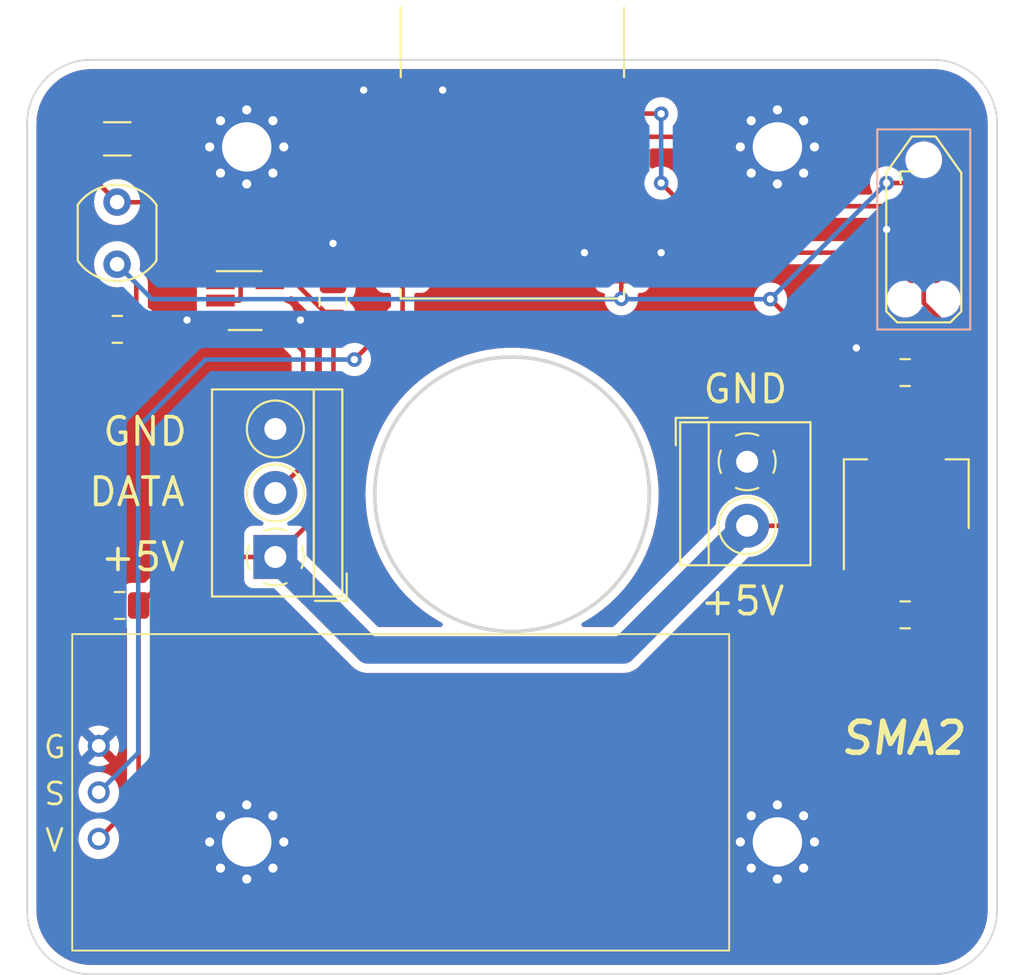
<source format=kicad_pcb>
(kicad_pcb (version 20211014) (generator pcbnew)
  (layers (0 "F.Cu" signal) (31 "B.Cu" signal) (34 "B.Paste" user) (35 "F.Paste" user) (36 "B.SilkS" user "B.Silkscreen") (37 "F.SilkS" user "F.Silkscreen") (38 "B.Mask" user) (39 "F.Mask" user) (44 "Edge.Cuts" user))
  (net 0 "")
  (net 1 "GND")
  (net 2 "Net-(J3-Pad2)")
  (net 3 "VDDH")
  (net 4 "VDD")
  (net 9 "Net-(J1-Pad4)")
  (net 10 "Net-(J1-Pad2)")
  (net 17 "MOT")
  (net 18 "ALS")
  (net 19 "2812")
  (footprint "TerminalBlock_4Ucon:TerminalBlock_4Ucon_1x03_P3.50mm_Horizontal" (layer "F.Cu") (at 131.064 90.932 90)
    (fp_text reference "J3")
    (fp_text value "Conn_01x03")
    (fp_line (start -2.16 -3.46) (end 9.16 -3.46) (layer "F.SilkS") (width 0.12))
    (fp_line (start -2.4 3.9) (end -0.9 3.9) (layer "F.SilkS") (width 0.12))
    (fp_line (start -2.4 2.16) (end -2.4 3.9) (layer "F.SilkS") (width 0.12))
    (fp_line (start -2.16 3.66) (end 9.16 3.66) (layer "F.SilkS") (width 0.12))
    (fp_line (start 9.16 -3.46) (end 9.16 3.66) (layer "F.SilkS") (width 0.12))
    (fp_line (start -2.16 2.1) (end 9.16 2.1) (layer "F.SilkS") (width 0.12))
    (fp_line (start -2.16 -3.46) (end -2.16 3.66) (layer "F.SilkS") (width 0.12))
    (fp_arc (start 0.607587 1.431385) (mid 0.310017 1.523783) (end 0 1.555) (layer "F.SilkS") (width 0.12))
    (fp_arc (start -0.607742 -1.432109) (mid 0.00014 -1.555727) (end 0.608 -1.432) (layer "F.SilkS") (width 0.12))
    (fp_arc (start 0.027011 1.555493) (mid -0.296984 1.527118) (end -0.608 1.432) (layer "F.SilkS") (width 0.12))
    (fp_arc (start 1.432109 -0.607742) (mid 1.555727 0.00014) (end 1.432 0.608) (layer "F.SilkS") (width 0.12))
    (fp_arc (start -1.432109 0.607742) (mid -1.555727 -0.00014) (end -1.432 -0.608) (layer "F.SilkS") (width 0.12))
    (fp_circle (center 7 0) (end 8.555 0) (layer "F.SilkS") (width 0.12) (fill none))
    (fp_circle (center 3.5 0) (end 5.055 0) (layer "F.SilkS") (width 0.12) (fill none))
    (pad "1" thru_hole rect locked (at 0 0 90) (size 2.4 2.4) (drill 1.2) (layers *.Cu *.Mask) (net 3 "VDDH"))
    (pad "2" thru_hole circle locked (at 3.5 0 90) (size 2.4 2.4) (drill 1.2) (layers *.Cu *.Mask) (net 2 "Net-(J3-Pad2)"))
    (pad "3" thru_hole circle locked (at 7 0 90) (size 2.4 2.4) (drill 1.2) (layers *.Cu *.Mask) (net 1 "GND"))
  )
  (footprint "TerminalBlock_4Ucon:TerminalBlock_4Ucon_1x02_P3.50mm_Horizontal" (layer "F.Cu") (at 156.845 85.725 -90)
    (fp_text reference "J2")
    (fp_text value "Conn_01x02")
    (fp_line (start -2.16 -3.46) (end 5.66 -3.46) (layer "F.SilkS") (width 0.12))
    (fp_line (start -2.4 2.16) (end -2.4 3.9) (layer "F.SilkS") (width 0.12))
    (fp_line (start -2.16 -3.46) (end -2.16 3.66) (layer "F.SilkS") (width 0.12))
    (fp_line (start -2.16 3.66) (end 5.66 3.66) (layer "F.SilkS") (width 0.12))
    (fp_line (start -2.16 2.1) (end 5.66 2.1) (layer "F.SilkS") (width 0.12))
    (fp_line (start 5.66 -3.46) (end 5.66 3.66) (layer "F.SilkS") (width 0.12))
    (fp_line (start -2.4 3.9) (end -0.9 3.9) (layer "F.SilkS") (width 0.12))
    (fp_arc (start -0.607742 -1.432109) (mid 0.00014 -1.555727) (end 0.608 -1.432) (layer "F.SilkS") (width 0.12))
    (fp_arc (start 0.607587 1.431385) (mid 0.310017 1.523783) (end 0 1.555) (layer "F.SilkS") (width 0.12))
    (fp_arc (start -1.432109 0.607742) (mid -1.555727 -0.00014) (end -1.432 -0.608) (layer "F.SilkS") (width 0.12))
    (fp_arc (start 0.027011 1.555493) (mid -0.296984 1.527118) (end -0.608 1.432) (layer "F.SilkS") (width 0.12))
    (fp_arc (start 1.432109 -0.607742) (mid 1.555727 0.00014) (end 1.432 0.608) (layer "F.SilkS") (width 0.12))
    (fp_circle (center 3.5 0) (end 5.055 0) (layer "F.SilkS") (width 0.12) (fill none))
    (pad "1" thru_hole rect locked (at 0 0 270) (size 2.4 2.4) (drill 1.2) (layers *.Cu *.Mask) (net 1 "GND"))
    (pad "2" thru_hole circle locked (at 3.5 0 270) (size 2.4 2.4) (drill 1.2) (layers *.Cu *.Mask) (net 3 "VDDH"))
  )
  (footprint "Capacitor_SMD:C_0805_2012Metric_Pad1.18x1.45mm_HandSolder" (layer "F.Cu") (at 165.481 80.850509)
    (fp_text reference "C2")
    (fp_text value "10uF")
    (fp_line (start -0.261252 0.735) (end 0.261252 0.735) (layer "F.SilkS") (width 0.12))
    (fp_line (start -0.261252 -0.735) (end 0.261252 -0.735) (layer "F.SilkS") (width 0.12))
    (pad "1" smd roundrect locked (at -1.0375 0) (size 1.175 1.45) (layers "F.Cu" "F.Paste" "F.Mask") (roundrect_rratio 0.2127659574) (net 4 "VDD"))
    (pad "2" smd roundrect locked (at 1.0375 0) (size 1.175 1.45) (layers "F.Cu" "F.Paste" "F.Mask") (roundrect_rratio 0.2127659574) (net 1 "GND"))
  )
  (footprint "Capacitor_SMD:C_0805_2012Metric_Pad1.18x1.45mm_HandSolder" (layer "F.Cu") (at 134.213265 76.962 -90)
    (fp_text reference "C3")
    (fp_text value "10uF")
    (fp_line (start -0.261252 0.735) (end 0.261252 0.735) (layer "F.SilkS") (width 0.12))
    (fp_line (start -0.261252 -0.735) (end 0.261252 -0.735) (layer "F.SilkS") (width 0.12))
    (pad "1" smd roundrect locked (at -1.0375 0 270) (size 1.175 1.45) (layers "F.Cu" "F.Paste" "F.Mask") (roundrect_rratio 0.2127659574) (net 1 "GND"))
    (pad "2" smd roundrect locked (at 1.0375 0 270) (size 1.175 1.45) (layers "F.Cu" "F.Paste" "F.Mask") (roundrect_rratio 0.2127659574) (net 3 "VDDH"))
  )
  (footprint "Resistor_SMD:R_1206_3216Metric_Pad1.30x1.75mm_HandSolder" (layer "F.Cu") (at 122.428 68.072 180)
    (fp_text reference "R2")
    (fp_text value "10k")
    (fp_line (start -0.727064 -0.91) (end 0.727064 -0.91) (layer "F.SilkS") (width 0.12))
    (fp_line (start -0.727064 0.91) (end 0.727064 0.91) (layer "F.SilkS") (width 0.12))
    (pad "1" smd roundrect locked (at -1.55 0 180) (size 1.3 1.75) (layers "F.Cu" "F.Paste" "F.Mask") (roundrect_rratio 0.1923076923) (net 1 "GND"))
    (pad "2" smd roundrect locked (at 1.55 0 180) (size 1.3 1.75) (layers "F.Cu" "F.Paste" "F.Mask") (roundrect_rratio 0.1923076923) (net 18 "ALS"))
  )
  (footprint "OptoDevice:R_LDR_5.1x4.3mm_P3.4mm_Vertical" (layer "F.Cu") (at 122.416513 71.527836 -90)
    (fp_text reference "R1")
    (fp_text value "5626")
    (fp_line (start 0.15 -2.15) (end 3.2 -2.15) (layer "F.SilkS") (width 0.12))
    (fp_line (start 0.15 2.15) (end 3.2 2.15) (layer "F.SilkS") (width 0.12))
    (fp_arc (start 3.2 -2.15) (mid 4.321403 -0.027338) (end 3.244513 2.118249) (layer "F.SilkS") (width 0.12))
    (fp_arc (start 0.15 2.15) (mid -0.950438 -0.013368) (end 0.171766 -2.165525) (layer "F.SilkS") (width 0.12))
    (pad "1" thru_hole circle locked (at 0 0 270) (size 1.5 1.5) (drill 0.8) (layers *.Cu *.Mask) (net 18 "ALS"))
    (pad "2" thru_hole circle locked (at 3.4 0 270) (size 1.5 1.5) (drill 0.8) (layers *.Cu *.Mask) (net 4 "VDD"))
  )
  (footprint "MountingHole:MountingHole_2.7mm_M2.5_Pad_Via" (layer "F.Cu") (at 158.5 68.512)
    (fp_text reference "REF**")
    (fp_text value "MountingHole_2.7mm_M2.5_Pad_Via")
    (pad "1" thru_hole circle locked (at -1.431891 -1.431891) (size 0.8 0.8) (drill 0.5) (layers *.Cu *.Mask) (net 1 "GND"))
    (pad "1" thru_hole circle locked (at 0 -2.025) (size 0.8 0.8) (drill 0.5) (layers *.Cu *.Mask) (net 1 "GND"))
    (pad "1" thru_hole circle locked (at 2.025 0) (size 0.8 0.8) (drill 0.5) (layers *.Cu *.Mask) (net 1 "GND"))
    (pad "1" thru_hole circle locked (at -2.025 0) (size 0.8 0.8) (drill 0.5) (layers *.Cu *.Mask) (net 1 "GND"))
    (pad "1" thru_hole circle locked (at 0 2.025) (size 0.8 0.8) (drill 0.5) (layers *.Cu *.Mask) (net 1 "GND"))
    (pad "1" thru_hole circle locked (at 0 0) (size 5.4 5.4) (drill 2.7) (layers *.Cu *.Mask) (net 1 "GND"))
    (pad "1" thru_hole circle locked (at 1.431891 1.431891) (size 0.8 0.8) (drill 0.5) (layers *.Cu *.Mask) (net 1 "GND"))
    (pad "1" thru_hole circle locked (at -1.431891 1.431891) (size 0.8 0.8) (drill 0.5) (layers *.Cu *.Mask) (net 1 "GND"))
    (pad "1" thru_hole circle locked (at 1.431891 -1.431891) (size 0.8 0.8) (drill 0.5) (layers *.Cu *.Mask) (net 1 "GND"))
  )
  (footprint "MountingHole:MountingHole_2.7mm_M2.5_Pad_Via" (layer "F.Cu") (at 129.5 68.512)
    (fp_text reference "REF**")
    (fp_text value "MountingHole_2.7mm_M2.5_Pad_Via")
    (pad "1" thru_hole circle locked (at 1.431891 1.431891) (size 0.8 0.8) (drill 0.5) (layers *.Cu *.Mask) (net 1 "GND"))
    (pad "1" thru_hole circle locked (at 2.025 0) (size 0.8 0.8) (drill 0.5) (layers *.Cu *.Mask) (net 1 "GND"))
    (pad "1" thru_hole circle locked (at -2.025 0) (size 0.8 0.8) (drill 0.5) (layers *.Cu *.Mask) (net 1 "GND"))
    (pad "1" thru_hole circle locked (at 0 -2.025) (size 0.8 0.8) (drill 0.5) (layers *.Cu *.Mask) (net 1 "GND"))
    (pad "1" thru_hole circle locked (at 0 2.025) (size 0.8 0.8) (drill 0.5) (layers *.Cu *.Mask) (net 1 "GND"))
    (pad "1" thru_hole circle locked (at -1.431891 1.431891) (size 0.8 0.8) (drill 0.5) (layers *.Cu *.Mask) (net 1 "GND"))
    (pad "1" thru_hole circle locked (at 1.431891 -1.431891) (size 0.8 0.8) (drill 0.5) (layers *.Cu *.Mask) (net 1 "GND"))
    (pad "1" thru_hole circle locked (at 0 0) (size 5.4 5.4) (drill 2.7) (layers *.Cu *.Mask) (net 1 "GND"))
    (pad "1" thru_hole circle locked (at -1.431891 -1.431891) (size 0.8 0.8) (drill 0.5) (layers *.Cu *.Mask) (net 1 "GND"))
  )
  (footprint "MountingHole:MountingHole_2.7mm_M2.5_Pad_Via" (layer "F.Cu") (at 129.5 106.512)
    (fp_text reference "REF**")
    (fp_text value "MountingHole_2.7mm_M2.5_Pad_Via")
    (pad "1" thru_hole circle locked (at 0 2.025) (size 0.8 0.8) (drill 0.5) (layers *.Cu *.Mask) (net 1 "GND"))
    (pad "1" thru_hole circle locked (at -1.431891 -1.431891) (size 0.8 0.8) (drill 0.5) (layers *.Cu *.Mask) (net 1 "GND"))
    (pad "1" thru_hole circle locked (at -2.025 0) (size 0.8 0.8) (drill 0.5) (layers *.Cu *.Mask) (net 1 "GND"))
    (pad "1" thru_hole circle locked (at 0 -2.025) (size 0.8 0.8) (drill 0.5) (layers *.Cu *.Mask) (net 1 "GND"))
    (pad "1" thru_hole circle locked (at 2.025 0) (size 0.8 0.8) (drill 0.5) (layers *.Cu *.Mask) (net 1 "GND"))
    (pad "1" thru_hole circle locked (at 1.431891 -1.431891) (size 0.8 0.8) (drill 0.5) (layers *.Cu *.Mask) (net 1 "GND"))
    (pad "1" thru_hole circle locked (at 0 0) (size 5.4 5.4) (drill 2.7) (layers *.Cu *.Mask) (net 1 "GND"))
    (pad "1" thru_hole circle locked (at -1.431891 1.431891) (size 0.8 0.8) (drill 0.5) (layers *.Cu *.Mask) (net 1 "GND"))
    (pad "1" thru_hole circle locked (at 1.431891 1.431891) (size 0.8 0.8) (drill 0.5) (layers *.Cu *.Mask) (net 1 "GND"))
  )
  (footprint "MountingHole:MountingHole_2.7mm_M2.5_Pad_Via" (layer "F.Cu") (at 158.5 106.512)
    (fp_text reference "REF**")
    (fp_text value "MountingHole_2.7mm_M2.5_Pad_Via")
    (pad "1" thru_hole circle locked (at 1.431891 -1.431891) (size 0.8 0.8) (drill 0.5) (layers *.Cu *.Mask) (net 1 "GND"))
    (pad "1" thru_hole circle locked (at 2.025 0) (size 0.8 0.8) (drill 0.5) (layers *.Cu *.Mask) (net 1 "GND"))
    (pad "1" thru_hole circle locked (at 0 0) (size 5.4 5.4) (drill 2.7) (layers *.Cu *.Mask) (net 1 "GND"))
    (pad "1" thru_hole circle locked (at -1.431891 1.431891) (size 0.8 0.8) (drill 0.5) (layers *.Cu *.Mask) (net 1 "GND"))
    (pad "1" thru_hole circle locked (at -1.431891 -1.431891) (size 0.8 0.8) (drill 0.5) (layers *.Cu *.Mask) (net 1 "GND"))
    (pad "1" thru_hole circle locked (at 0 2.025) (size 0.8 0.8) (drill 0.5) (layers *.Cu *.Mask) (net 1 "GND"))
    (pad "1" thru_hole circle locked (at 0 -2.025) (size 0.8 0.8) (drill 0.5) (layers *.Cu *.Mask) (net 1 "GND"))
    (pad "1" thru_hole circle locked (at -2.025 0) (size 0.8 0.8) (drill 0.5) (layers *.Cu *.Mask) (net 1 "GND"))
    (pad "1" thru_hole circle locked (at 1.431891 1.431891) (size 0.8 0.8) (drill 0.5) (layers *.Cu *.Mask) (net 1 "GND"))
  )
  (footprint "Connector:Tag-Connect_TC2050-IDC-NL_2x05_P1.27mm_Vertical_with_bottom_clip" (layer "F.Cu") (at 166.497 73.025 -90)
    (fp_text reference "J1")
    (fp_text value "Conn_02x05_Counter_Clockwise")
    (fp_line (start -5.47 -2.54) (end 5.47 -2.54) (layer "B.SilkS") (width 0.12))
    (fp_line (start 5.47 -2.54) (end 5.47 2.54) (layer "B.SilkS") (width 0.12))
    (fp_line (start 5.47 2.54) (end -5.47 2.54) (layer "B.SilkS") (width 0.12))
    (fp_line (start -5.47 2.54) (end -5.47 -2.54) (layer "B.SilkS") (width 0.12))
    (fp_line (start -3.175 1.27) (end -3.175 0.635) (layer "F.SilkS") (width 0.12))
    (fp_line (start -5.08 0.65) (end -5.08 -0.65) (layer "F.SilkS") (width 0.12))
    (fp_line (start -3.1 -2.05) (end 4.48 -2.05) (layer "F.SilkS") (width 0.12))
    (fp_line (start 4.48 -2.05) (end 5.08 -1.45) (layer "F.SilkS") (width 0.12))
    (fp_line (start 5.08 -1.45) (end 5.08 1.45) (layer "F.SilkS") (width 0.12))
    (fp_line (start 4.48 2.05) (end 5.08 1.45) (layer "F.SilkS") (width 0.12))
    (fp_line (start -2.54 1.27) (end -3.175 1.27) (layer "F.SilkS") (width 0.12))
    (fp_line (start 4.48 2.05) (end -3.1 2.05) (layer "F.SilkS") (width 0.12))
    (fp_line (start -3.1 2.05) (end -5.08 0.65) (layer "F.SilkS") (width 0.12))
    (fp_line (start -5.08 -0.65) (end -3.1 -2.05) (layer "F.SilkS") (width 0.12))
    (pad "" np_thru_hole circle locked (at -3.81 0 270) (size 0.9906 0.9906) (drill 0.9906) (layers *.Cu *.Mask))
    (pad "" np_thru_hole circle locked (at 3.81 1.016 270) (size 0.9906 0.9906) (drill 0.9906) (layers *.Cu *.Mask))
    (pad "" np_thru_hole circle locked (at 3.81 -1.016 270) (size 0.9906 0.9906) (drill 0.9906) (layers *.Cu *.Mask))
    (pad "1" connect circle locked (at -2.54 0.635 270) (size 0.7874 0.7874) (layers "F.Cu" "F.Mask") (net 4 "VDD"))
    (pad "2" connect circle locked (at -1.27 0.635 270) (size 0.7874 0.7874) (layers "F.Cu" "F.Mask") (net 10 "Net-(J1-Pad2)"))
    (pad "3" connect circle locked (at 0 0.635 270) (size 0.7874 0.7874) (layers "F.Cu" "F.Mask") (net 1 "GND"))
    (pad "4" connect circle locked (at 1.27 0.635 270) (size 0.7874 0.7874) (layers "F.Cu" "F.Mask") (net 9 "Net-(J1-Pad4)"))
    (pad "5" connect circle locked (at 2.54 0.635 270) (size 0.7874 0.7874) (layers "F.Cu" "F.Mask") (net 3 "VDDH"))
    (pad "6" connect circle locked (at 2.54 -0.635 270) (size 0.7874 0.7874) (layers "F.Cu" "F.Mask"))
    (pad "7" connect circle locked (at 1.27 -0.635 270) (size 0.7874 0.7874) (layers "F.Cu" "F.Mask"))
    (pad "8" connect circle locked (at 0 -0.635 270) (size 0.7874 0.7874) (layers "F.Cu" "F.Mask"))
    (pad "9" connect circle locked (at -1.27 -0.635 270) (size 0.7874 0.7874) (layers "F.Cu" "F.Mask"))
    (pad "10" connect circle locked (at -2.54 -0.635 270) (size 0.7874 0.7874) (layers "F.Cu" "F.Mask"))
  )
  (footprint "Package_TO_SOT_SMD:SOT-23-5_HandSoldering" (layer "F.Cu") (at 129.413 76.914386)
    (fp_text reference "U3")
    (fp_text value "SN74LV1T34DBV")
    (fp_line (start 0.9 -1.61) (end -1.55 -1.61) (layer "F.SilkS") (width 0.12))
    (fp_line (start -0.9 1.61) (end 0.9 1.61) (layer "F.SilkS") (width 0.12))
    (pad "1" smd rect locked (at -1.35 -0.95) (size 1.56 0.65) (layers "F.Cu" "F.Paste" "F.Mask"))
    (pad "2" smd rect locked (at -1.35 0) (size 1.56 0.65) (layers "F.Cu" "F.Paste" "F.Mask") (net 19 "2812"))
    (pad "3" smd rect locked (at -1.35 0.95) (size 1.56 0.65) (layers "F.Cu" "F.Paste" "F.Mask") (net 1 "GND"))
    (pad "4" smd rect locked (at 1.35 0.95) (size 1.56 0.65) (layers "F.Cu" "F.Paste" "F.Mask") (net 2 "Net-(J3-Pad2)"))
    (pad "5" smd rect locked (at 1.35 -0.95) (size 1.56 0.65) (layers "F.Cu" "F.Paste" "F.Mask") (net 3 "VDDH"))
  )
  (footprint "Capacitor_SMD:C_0805_2012Metric_Pad1.18x1.45mm_HandSolder" (layer "F.Cu") (at 122.555 93.582067 180)
    (fp_text reference "C5")
    (fp_text value "10uF")
    (fp_line (start -0.261252 0.735) (end 0.261252 0.735) (layer "F.SilkS") (width 0.12))
    (fp_line (start -0.261252 -0.735) (end 0.261252 -0.735) (layer "F.SilkS") (width 0.12))
    (pad "1" smd roundrect locked (at -1.0375 0 180) (size 1.175 1.45) (layers "F.Cu" "F.Paste" "F.Mask") (roundrect_rratio 0.2127659574) (net 3 "VDDH"))
    (pad "2" smd roundrect locked (at 1.0375 0 180) (size 1.175 1.45) (layers "F.Cu" "F.Paste" "F.Mask") (roundrect_rratio 0.2127659574) (net 1 "GND"))
  )
  (footprint "Capacitor_SMD:C_0805_2012Metric_Pad1.18x1.45mm_HandSolder" (layer "F.Cu") (at 122.428 78.486)
    (fp_text reference "C4")
    (fp_text value "10uF")
    (fp_line (start -0.261252 0.735) (end 0.261252 0.735) (layer "F.SilkS") (width 0.12))
    (fp_line (start -0.261252 -0.735) (end 0.261252 -0.735) (layer "F.SilkS") (width 0.12))
    (pad "1" smd roundrect locked (at -1.0375 0) (size 1.175 1.45) (layers "F.Cu" "F.Paste" "F.Mask") (roundrect_rratio 0.2127659574) (net 1 "GND"))
    (pad "2" smd roundrect locked (at 1.0375 0) (size 1.175 1.45) (layers "F.Cu" "F.Paste" "F.Mask") (roundrect_rratio 0.2127659574) (net 4 "VDD"))
  )
  (footprint "Package_TO_SOT_SMD:SOT-223-3_TabPin2" (layer "F.Cu") (at 165.541538 87.503 90)
    (fp_text reference "U2")
    (fp_text value "LM1117-3.3")
    (fp_line (start -4.1 -3.41) (end 1.91 -3.41) (layer "F.SilkS") (width 0.12))
    (fp_line (start 1.91 -3.41) (end 1.91 -2.15) (layer "F.SilkS") (width 0.12))
    (fp_line (start 1.91 3.41) (end 1.91 2.15) (layer "F.SilkS") (width 0.12))
    (fp_line (start -1.85 3.41) (end 1.91 3.41) (layer "F.SilkS") (width 0.12))
    (pad "1" smd rect locked (at -3.15 -2.3 90) (size 2 1.5) (layers "F.Cu" "F.Paste" "F.Mask") (net 1 "GND"))
    (pad "2" smd rect locked (at 3.15 0 90) (size 2 3.8) (layers "F.Cu" "F.Paste" "F.Mask") (net 4 "VDD"))
    (pad "2" smd rect locked (at -3.15 0 90) (size 2 1.5) (layers "F.Cu" "F.Paste" "F.Mask") (net 4 "VDD"))
    (pad "3" smd rect locked (at -3.15 2.3 90) (size 2 1.5) (layers "F.Cu" "F.Paste" "F.Mask") (net 3 "VDDH"))
  )
  (footprint "Capacitor_SMD:C_0805_2012Metric_Pad1.18x1.45mm_HandSolder" (layer "F.Cu") (at 165.481 94.097076 180)
    (fp_text reference "C1")
    (fp_text value "10uF")
    (fp_line (start -0.261252 -0.735) (end 0.261252 -0.735) (layer "F.SilkS") (width 0.12))
    (fp_line (start -0.261252 0.735) (end 0.261252 0.735) (layer "F.SilkS") (width 0.12))
    (pad "1" smd roundrect locked (at -1.0375 0 180) (size 1.175 1.45) (layers "F.Cu" "F.Paste" "F.Mask") (roundrect_rratio 0.2127659574) (net 3 "VDDH"))
    (pad "2" smd roundrect locked (at 1.0375 0 180) (size 1.175 1.45) (layers "F.Cu" "F.Paste" "F.Mask") (roundrect_rratio 0.2127659574) (net 1 "GND"))
  )
  (footprint "MS50SFA2:MS50SFA2" (layer "F.Cu") (at 144.018 70.5)
    (fp_text reference "U1")
    (fp_text value "MS50SFA2")
    (fp_line (start 6.1 -5.8) (end 6.1 -9.6) (layer "F.SilkS") (width 0.12))
    (fp_line (start -6.1 6.3) (end 6.1 6.3) (layer "F.SilkS") (width 0.12))
    (fp_line (start -6.1 6.3) (end -6.1 5.8) (layer "F.SilkS") (width 0.12))
    (fp_line (start 6.1 6.3) (end 6.1 5.8) (layer "F.SilkS") (width 0.12))
    (fp_line (start -6.1 -5.8) (end -6.1 -9.6) (layer "F.SilkS") (width 0.12))
    (pad "1" smd rect locked (at -6 -5.08) (size 2 0.8) (layers "F.Cu" "F.Paste" "F.Mask"))
    (pad "2" smd rect locked (at -6 -3.81) (size 2 0.8) (layers "F.Cu" "F.Paste" "F.Mask"))
    (pad "3" smd rect locked (at -6 -2.54) (size 2 0.8) (layers "F.Cu" "F.Paste" "F.Mask") (net 18 "ALS"))
    (pad "4" smd rect locked (at -6 -1.27) (size 2 0.8) (layers "F.Cu" "F.Paste" "F.Mask"))
    (pad "5" smd rect locked (at -6 0) (size 2 0.8) (layers "F.Cu" "F.Paste" "F.Mask"))
    (pad "6" smd rect locked (at -6 1.27) (size 2 0.8) (layers "F.Cu" "F.Paste" "F.Mask") (net 19 "2812"))
    (pad "7" smd rect locked (at -6 2.54) (size 2 0.8) (layers "F.Cu" "F.Paste" "F.Mask"))
    (pad "8" smd rect locked (at -6 3.81) (size 2 0.8) (layers "F.Cu" "F.Paste" "F.Mask"))
    (pad "9" smd rect locked (at -6 5.08) (size 2 0.8) (layers "F.Cu" "F.Paste" "F.Mask") (net 17 "MOT"))
    (pad "10" smd rect locked (at 6 5.08) (size 2 0.8) (layers "F.Cu" "F.Paste" "F.Mask") (net 4 "VDD"))
    (pad "11" smd rect locked (at 6 3.81) (size 2 0.8) (layers "F.Cu" "F.Paste" "F.Mask") (net 1 "GND"))
    (pad "12" smd rect locked (at 6 2.54) (size 2 0.8) (layers "F.Cu" "F.Paste" "F.Mask"))
    (pad "13" smd rect locked (at 6 1.27) (size 2 0.8) (layers "F.Cu" "F.Paste" "F.Mask"))
    (pad "14" smd rect locked (at 6 0) (size 2 0.8) (layers "F.Cu" "F.Paste" "F.Mask"))
    (pad "15" smd rect locked (at 6 -1.27) (size 2 0.8) (layers "F.Cu" "F.Paste" "F.Mask"))
    (pad "16" smd rect locked (at 6 -2.54) (size 2 0.8) (layers "F.Cu" "F.Paste" "F.Mask") (net 10 "Net-(J1-Pad2)"))
    (pad "17" smd rect locked (at 6 -3.81) (size 2 0.8) (layers "F.Cu" "F.Paste" "F.Mask") (net 9 "Net-(J1-Pad4)"))
    (pad "18" smd rect locked (at 6 -5.08) (size 2 0.8) (layers "F.Cu" "F.Paste" "F.Mask"))
  )
  (footprint "RCWL-0516:RCWL-0516-3" (layer "F.Cu") (at 121.413691 108.879675)
    (fp_text reference "IC1")
    (fp_text value "RCWL-0516" hide)
    (fp_line (start 34.45 3.57) (end -1.45 3.57) (layer "F.SilkS") (width 0.1))
    (fp_line (start -1.45 3.57) (end -1.45 -13.73) (layer "F.SilkS") (width 0.1))
    (fp_line (start 34.45 -13.73) (end 34.45 3.57) (layer "F.SilkS") (width 0.1))
    (fp_line (start -1.45 -13.73) (end 34.45 -13.73) (layer "F.SilkS") (width 0.1))
    (pad "2" thru_hole circle locked (at 0 -2.54) (size 1.2 1.2) (drill 0.75) (layers *.Cu *.Mask) (net 3 "VDDH"))
    (pad "3" thru_hole circle locked (at 0 -5.08) (size 1.2 1.2) (drill 0.75) (layers *.Cu *.Mask) (net 17 "MOT"))
    (pad "4" thru_hole circle locked (at 0 -7.62) (size 1.2 1.2) (drill 0.75) (layers *.Cu *.Mask) (net 1 "GND"))
  )
  (gr_arc (start 117.5 67.25) (mid 118.525126 64.775126) (end 121 63.75) (layer "Edge.Cuts") (width 0.1))
  (gr_arc (start 167 63.75) (mid 169.474874 64.775126) (end 170.5 67.25) (layer "Edge.Cuts") (width 0.1))
  (gr_arc (start 170.5 110.24607) (mid 169.474874 112.720944) (end 167 113.74607) (layer "Edge.Cuts") (width 0.1))
  (gr_line (start 167 113.74607) (end 121 113.74607) (layer "Edge.Cuts") (width 0.1))
  (gr_circle (center 144 87.5) (end 151.5 87.5) (layer "Edge.Cuts") (width 0.2) (fill none))
  (gr_line (start 121 63.75) (end 167 63.75) (layer "Edge.Cuts") (width 0.1))
  (gr_line (start 117.5 110.239611) (end 117.5 67.25) (layer "Edge.Cuts") (width 0.1))
  (gr_arc (start 121 113.74607) (mid 118.524735 112.71677) (end 117.5 110.239611) (layer "Edge.Cuts") (width 0.1))
  (gr_line (start 170.5 67.25) (end 170.5 110.24607) (layer "Edge.Cuts") (width 0.1))
  (gr_text "GND" (at 156.75 81.75) (layer "F.SilkS") (effects (font (size 1.5 1.5) (thickness 0.2))))
  (gr_text "+5V" (at 156.591 93.345) (layer "F.SilkS") (effects (font (size 1.5 1.5) (thickness 0.2))))
  (gr_text "GND" (at 126.365 84.074) (layer "F.SilkS") (effects (font (size 1.5 1.5) (thickness 0.2)) (justify right)))
  (gr_text "DATA" (at 126.238 87.376) (layer "F.SilkS") (effects (font (size 1.5 1.5) (thickness 0.2)) (justify right)))
  (gr_text "SMA2" (at 165.354 100.838) (layer "F.SilkS") (effects (font (size 1.7 1.7) (thickness 0.3) italic)))
  (gr_text "V" (at 118.999 106.425999) (layer "F.SilkS") (effects (font (size 1.2 1.2))))
  (gr_text "S" (at 119.013341 103.886) (layer "F.SilkS") (effects (font (size 1.2 1.2))))
  (gr_text "G" (at 119.013341 101.327696) (layer "F.SilkS") (effects (font (size 1.2 1.2))))
  (gr_text "+5V" (at 126.238 90.932) (layer "F.SilkS") (effects (font (size 1.5 1.5) (thickness 0.2)) (justify right)))
  (segment (start 165.862 73.025) (end 164.465 73.025) (width 0.25) (layer "F.Cu") (net 1))
  (via (at 164.465 73.025) (size 0.8) (drill 0.4) (layers "F.Cu" "B.Cu") (net 1))
  (via (at 162.814 79.502) (size 0.8) (drill 0.4) (layers "F.Cu" "B.Cu") (net 1))
  (via (at 135.89 65.405) (size 0.8) (drill 0.4) (layers "F.Cu" "B.Cu") (net 1))
  (via (at 147.955 74.295) (size 0.8) (drill 0.4) (layers "F.Cu" "B.Cu") (net 1))
  (via (at 126.238 77.978) (size 0.8) (drill 0.4) (layers "F.Cu" "B.Cu") (net 1))
  (via (at 152.146 74.295) (size 0.8) (drill 0.4) (layers "F.Cu" "B.Cu") (net 1))
  (via (at 140.208 65.405) (size 0.8) (drill 0.4) (layers "F.Cu" "B.Cu") (net 1))
  (via (at 134.217078 73.787) (size 0.8) (drill 0.4) (layers "F.Cu" "B.Cu") (net 1))
  (via (at 132.433889 77.978) (size 0.8) (drill 0.4) (layers "F.Cu" "B.Cu") (net 1))
  (segment (start 132.588511 85.907489) (end 132.588511 79.689897) (width 0.25) (layer "F.Cu") (net 2))
  (segment (start 131.064 87.432) (end 132.588511 85.907489) (width 0.25) (layer "F.Cu") (net 2))
  (segment (start 132.588511 79.689897) (end 130.763 77.864386) (width 0.25) (layer "F.Cu") (net 2))
  (segment (start 136.148727 96.016727) (end 150.053273 96.016727) (width 1.5) (layer "F.Cu") (net 3))
  (segment (start 131.064 90.932) (end 136.148727 96.016727) (width 1.5) (layer "F.Cu") (net 3))
  (segment (start 150.053273 96.016727) (end 156.845 89.225) (width 1.5) (layer "F.Cu") (net 3))
  (segment (start 121.413691 106.339675) (end 123.5925 104.160866) (width 0.25) (layer "F.Cu") (net 3))
  (segment (start 167.841538 89.101538) (end 167.841538 90.653) (width 0.25) (layer "F.Cu") (net 3))
  (segment (start 167.841538 89.101538) (end 167.718076 89.225) (width 0.25) (layer "F.Cu") (net 3))
  (segment (start 167.841538 78.393652) (end 167.841538 89.101538) (width 0.25) (layer "F.Cu") (net 3))
  (segment (start 134.213265 77.9995) (end 132.178151 75.964386) (width 0.25) (layer "F.Cu") (net 3))
  (segment (start 166.497 77.049114) (end 167.841538 78.393652) (width 0.25) (layer "F.Cu") (net 3))
  (segment (start 167.718076 89.225) (end 156.845 89.225) (width 0.25) (layer "F.Cu") (net 3))
  (segment (start 166.255699 75.958699) (end 166.27409 75.958699) (width 0.25) (layer "F.Cu") (net 3))
  (segment (start 132.178151 75.964386) (end 130.763 75.964386) (width 0.25) (layer "F.Cu") (net 3))
  (segment (start 123.5925 104.160866) (end 123.5925 93.582067) (width 0.25) (layer "F.Cu") (net 3))
  (segment (start 134.239 87.757) (end 134.239 78.025235) (width 0.25) (layer "F.Cu") (net 3))
  (segment (start 134.239 78.025235) (end 134.213265 77.9995) (width 0.25) (layer "F.Cu") (net 3))
  (segment (start 167.841538 92.774038) (end 166.5185 94.097076) (width 0.25) (layer "F.Cu") (net 3))
  (segment (start 167.841538 90.653) (end 167.841538 92.774038) (width 0.25) (layer "F.Cu") (net 3))
  (segment (start 166.27409 75.958699) (end 166.497 76.181609) (width 0.25) (layer "F.Cu") (net 3))
  (segment (start 126.242567 90.932) (end 131.064 90.932) (width 0.25) (layer "F.Cu") (net 3))
  (segment (start 123.5925 93.582067) (end 126.242567 90.932) (width 0.25) (layer "F.Cu") (net 3))
  (segment (start 165.862 75.565) (end 166.255699 75.958699) (width 0.25) (layer "F.Cu") (net 3))
  (segment (start 166.497 76.181609) (end 166.497 77.049114) (width 0.25) (layer "F.Cu") (net 3))
  (segment (start 134.239 87.757) (end 131.064 90.932) (width 0.25) (layer "F.Cu") (net 3))
  (segment (start 131.064 90.932) (end 136.148727 96.016727) (width 1.5) (layer "B.Cu") (net 3))
  (segment (start 150.053273 96.016727) (end 156.845 89.225) (width 1.5) (layer "B.Cu") (net 3))
  (segment (start 136.148727 96.016727) (end 150.053273 96.016727) (width 1.5) (layer "B.Cu") (net 3))
  (segment (start 165.862 70.485) (end 164.465 70.485) (width 0.25) (layer "F.Cu") (net 4))
  (segment (start 149.969327 76.815307) (end 149.969327 75.628673) (width 0.25) (layer "F.Cu") (net 4))
  (segment (start 164.4435 80.850509) (end 164.4435 83.254962) (width 0.25) (layer "F.Cu") (net 4))
  (segment (start 162.130509 80.850509) (end 158.115 76.835) (width 0.25) (layer "F.Cu") (net 4))
  (segment (start 164.4435 83.254962) (end 165.541538 84.353) (width 0.25) (layer "F.Cu") (net 4))
  (segment (start 123.4655 78.486) (end 123.4655 75.976823) (width 0.25) (layer "F.Cu") (net 4))
  (segment (start 123.4655 75.976823) (end 122.416513 74.927836) (width 0.25) (layer "F.Cu") (net 4))
  (segment (start 164.4435 80.850509) (end 162.130509 80.850509) (width 0.25) (layer "F.Cu") (net 4))
  (segment (start 149.969327 75.628673) (end 150.018 75.58) (width 0.25) (layer "F.Cu") (net 4))
  (via (at 164.465 70.485) (size 0.8) (drill 0.4) (layers "F.Cu" "B.Cu") (net 4))
  (via (at 158.115 76.835) (size 0.8) (drill 0.4) (layers "F.Cu" "B.Cu") (net 4))
  (via (at 149.969327 76.815307) (size 0.8) (drill 0.4) (layers "F.Cu" "B.Cu") (net 4))
  (segment (start 164.465 70.485) (end 158.115 76.835) (width 0.25) (layer "B.Cu") (net 4))
  (segment (start 122.416513 74.927836) (end 124.323677 76.835) (width 0.25) (layer "B.Cu") (net 4))
  (segment (start 124.323677 76.835) (end 158.115 76.835) (width 0.25) (layer "B.Cu") (net 4))
  (segment (start 155.956 74.295) (end 152.146 70.485) (width 0.25) (layer "F.Cu") (net 9))
  (segment (start 165.862 74.295) (end 155.956 74.295) (width 0.25) (layer "F.Cu") (net 9))
  (segment (start 152.1356 66.69) (end 152.146 66.7004) (width 0.25) (layer "F.Cu") (net 9))
  (segment (start 150.018 66.69) (end 152.1356 66.69) (width 0.25) (layer "F.Cu") (net 9))
  (via (at 152.146 66.7004) (size 0.8) (drill 0.4) (layers "F.Cu" "B.Cu") (net 9))
  (via (at 152.146 70.485) (size 0.8) (drill 0.4) (layers "F.Cu" "B.Cu") (net 9))
  (segment (start 152.146 66.7004) (end 152.146 70.485) (width 0.25) (layer "B.Cu") (net 9))
  (segment (start 157.465694 71.755) (end 165.862 71.755) (width 0.25) (layer "F.Cu") (net 10))
  (segment (start 150.018 67.96) (end 153.670694 67.96) (width 0.25) (layer "F.Cu") (net 10))
  (segment (start 153.670694 67.96) (end 157.465694 71.755) (width 0.25) (layer "F.Cu") (net 10))
  (segment (start 135.382 80.137) (end 138.018 77.501) (width 0.25) (layer "F.Cu") (net 17))
  (segment (start 138.018 77.501) (end 138.018 75.58) (width 0.25) (layer "F.Cu") (net 17))
  (via (at 135.382 80.137) (size 0.8) (drill 0.4) (layers "F.Cu" "B.Cu") (net 17))
  (segment (start 127.254 80.137) (end 123.571 83.82) (width 0.25) (layer "B.Cu") (net 17))
  (segment (start 135.382 80.137) (end 127.254 80.137) (width 0.25) (layer "B.Cu") (net 17))
  (segment (start 123.571 83.82) (end 123.571 101.642366) (width 0.25) (layer "B.Cu") (net 17))
  (segment (start 123.571 101.642366) (end 121.413691 103.799675) (width 0.25) (layer "B.Cu") (net 17))
  (segment (start 120.878 68.072) (end 120.878 69.989323) (width 0.25) (layer "F.Cu") (net 18))
  (segment (start 138.018 67.96) (end 134.329306 67.96) (width 0.25) (layer "F.Cu") (net 18))
  (segment (start 130.752795 71.536511) (end 122.425188 71.536511) (width 0.25) (layer "F.Cu") (net 18))
  (segment (start 134.329306 67.96) (end 130.752795 71.536511) (width 0.25) (layer "F.Cu") (net 18))
  (segment (start 122.425188 71.536511) (end 122.416513 71.527836) (width 0.25) (layer "F.Cu") (net 18))
  (segment (start 120.878 69.989323) (end 122.416513 71.527836) (width 0.25) (layer "F.Cu") (net 18))
  (segment (start 129.093 76.914386) (end 128.063 76.914386) (width 0.25) (layer "F.Cu") (net 19))
  (segment (start 138.018 71.77) (end 133.203364 71.77) (width 0.25) (layer "F.Cu") (net 19))
  (segment (start 129.167511 75.805853) (end 129.167511 76.839875) (width 0.25) (layer "F.Cu") (net 19))
  (segment (start 133.203364 71.77) (end 129.167511 75.805853) (width 0.25) (layer "F.Cu") (net 19))
  (segment (start 129.167511 76.839875) (end 129.093 76.914386) (width 0.25) (layer "F.Cu") (net 19))
  (zone (net 1) (net_name "GND") (layer "F.Cu") (connect_pads (clearance 0.508)) (min_thickness 0.254) (fill yes (thermal_gap 0.508) (thermal_bridge_width 0.508))
    (polygon (pts (xy 170.5 113.777572) (xy 117.5 113.777572) (xy 117.5 63.7794) (xy 170.5 63.7794)))
  )
  (zone (net 1) (net_name "GND") (layer "B.Cu") (connect_pads (clearance 0.508)) (min_thickness 0.254) (fill yes (thermal_gap 0.508) (thermal_bridge_width 0.508))
    (polygon (pts (xy 170.5 113.748172) (xy 117.5 113.748172) (xy 117.5 63.75) (xy 170.5 63.75)))
  )
)
</source>
